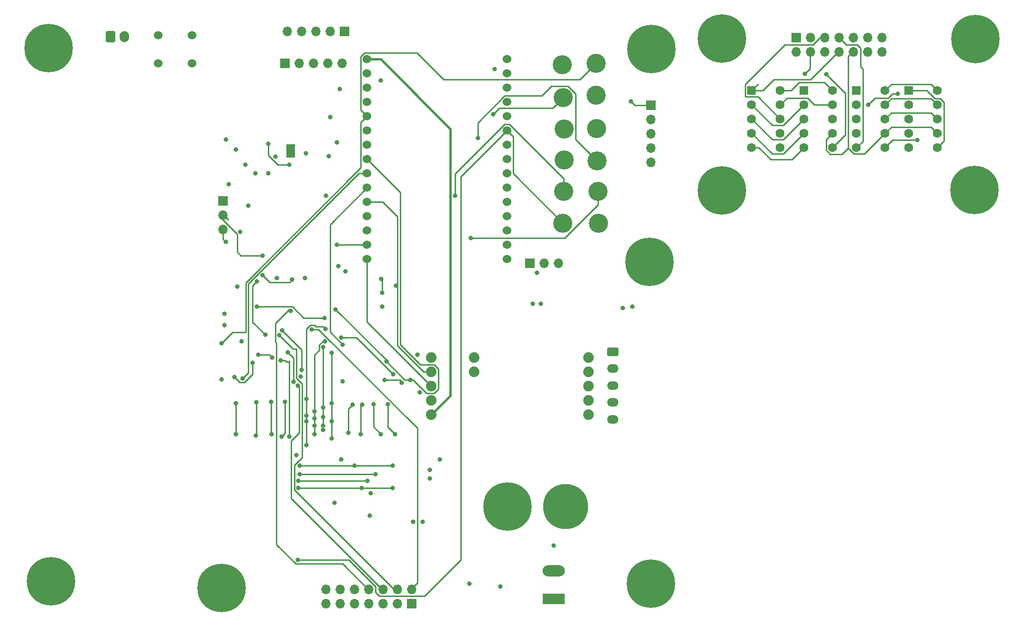
<source format=gbr>
%TF.GenerationSoftware,KiCad,Pcbnew,6.0.4-6f826c9f35~116~ubuntu20.04.1*%
%TF.CreationDate,2022-12-07T13:40:06+01:00*%
%TF.ProjectId,Salwa2,53616c77-6132-42e6-9b69-6361645f7063,rev?*%
%TF.SameCoordinates,Original*%
%TF.FileFunction,Copper,L4,Bot*%
%TF.FilePolarity,Positive*%
%FSLAX46Y46*%
G04 Gerber Fmt 4.6, Leading zero omitted, Abs format (unit mm)*
G04 Created by KiCad (PCBNEW 6.0.4-6f826c9f35~116~ubuntu20.04.1) date 2022-12-07 13:40:06*
%MOMM*%
%LPD*%
G01*
G04 APERTURE LIST*
G04 Aperture macros list*
%AMRoundRect*
0 Rectangle with rounded corners*
0 $1 Rounding radius*
0 $2 $3 $4 $5 $6 $7 $8 $9 X,Y pos of 4 corners*
0 Add a 4 corners polygon primitive as box body*
4,1,4,$2,$3,$4,$5,$6,$7,$8,$9,$2,$3,0*
0 Add four circle primitives for the rounded corners*
1,1,$1+$1,$2,$3*
1,1,$1+$1,$4,$5*
1,1,$1+$1,$6,$7*
1,1,$1+$1,$8,$9*
0 Add four rect primitives between the rounded corners*
20,1,$1+$1,$2,$3,$4,$5,0*
20,1,$1+$1,$4,$5,$6,$7,0*
20,1,$1+$1,$6,$7,$8,$9,0*
20,1,$1+$1,$8,$9,$2,$3,0*%
G04 Aperture macros list end*
%TA.AperFunction,ComponentPad*%
%ADD10R,1.700000X1.700000*%
%TD*%
%TA.AperFunction,ComponentPad*%
%ADD11O,1.700000X1.700000*%
%TD*%
%TA.AperFunction,ComponentPad*%
%ADD12C,8.600000*%
%TD*%
%TA.AperFunction,ComponentPad*%
%ADD13C,0.900000*%
%TD*%
%TA.AperFunction,ComponentPad*%
%ADD14C,3.400000*%
%TD*%
%TA.AperFunction,ComponentPad*%
%ADD15RoundRect,0.250001X-0.759999X0.499999X-0.759999X-0.499999X0.759999X-0.499999X0.759999X0.499999X0*%
%TD*%
%TA.AperFunction,ComponentPad*%
%ADD16O,2.020000X1.500000*%
%TD*%
%TA.AperFunction,ComponentPad*%
%ADD17C,1.524000*%
%TD*%
%TA.AperFunction,ComponentPad*%
%ADD18C,0.600000*%
%TD*%
%TA.AperFunction,SMDPad,CuDef*%
%ADD19R,1.650000X2.400000*%
%TD*%
%TA.AperFunction,ComponentPad*%
%ADD20R,1.600000X1.600000*%
%TD*%
%TA.AperFunction,ComponentPad*%
%ADD21C,1.600000*%
%TD*%
%TA.AperFunction,ComponentPad*%
%ADD22C,1.879600*%
%TD*%
%TA.AperFunction,ComponentPad*%
%ADD23R,3.960000X1.980000*%
%TD*%
%TA.AperFunction,ComponentPad*%
%ADD24O,3.960000X1.980000*%
%TD*%
%TA.AperFunction,ComponentPad*%
%ADD25C,8.000000*%
%TD*%
%TA.AperFunction,ComponentPad*%
%ADD26RoundRect,0.250000X-0.600000X-0.750000X0.600000X-0.750000X0.600000X0.750000X-0.600000X0.750000X0*%
%TD*%
%TA.AperFunction,ComponentPad*%
%ADD27O,1.700000X2.000000*%
%TD*%
%TA.AperFunction,ViaPad*%
%ADD28C,0.800000*%
%TD*%
%TA.AperFunction,Conductor*%
%ADD29C,0.250000*%
%TD*%
%TA.AperFunction,Conductor*%
%ADD30C,0.400000*%
%TD*%
G04 APERTURE END LIST*
D10*
%TO.P,J1,1,Pin_1*%
%TO.N,GNDA*%
X119250000Y-49500000D03*
D11*
%TO.P,J1,2,Pin_2*%
X121790000Y-49500000D03*
%TO.P,J1,3,Pin_3*%
X124330000Y-49500000D03*
%TO.P,J1,4,Pin_4*%
X126870000Y-49500000D03*
%TO.P,J1,5,Pin_5*%
X129410000Y-49500000D03*
%TD*%
D10*
%TO.P,J2,1,Pin_1*%
%TO.N,+3.3VA*%
X129790000Y-43750000D03*
D11*
%TO.P,J2,2,Pin_2*%
X127250000Y-43750000D03*
%TO.P,J2,3,Pin_3*%
X124710000Y-43750000D03*
%TO.P,J2,4,Pin_4*%
X122170000Y-43750000D03*
%TO.P,J2,5,Pin_5*%
X119630000Y-43750000D03*
%TD*%
D12*
%TO.P,H1,1*%
%TO.N,N/C*%
X158750000Y-128250000D03*
D13*
X156469581Y-125969581D03*
X161030419Y-130530419D03*
X161975000Y-128250000D03*
X161030419Y-125969581D03*
X156469581Y-130530419D03*
X158750000Y-125025000D03*
X155525000Y-128250000D03*
X158750000Y-131475000D03*
%TD*%
D14*
%TO.P,TP12,1,1*%
%TO.N,/esp32-SMD/IO23*%
X168750000Y-72250000D03*
%TD*%
%TO.P,TP8,1,1*%
%TO.N,/7-segment-display-SMD/BCD_in2*%
X174986760Y-77875300D03*
%TD*%
%TO.P,TP2,1,1*%
%TO.N,/esp32-SMD/IO5*%
X174582586Y-61034711D03*
%TD*%
D15*
%TO.P,J8,1,Pin_1*%
%TO.N,Net-(J8-Pad1)*%
X177500000Y-100750000D03*
D16*
%TO.P,J8,2,Pin_2*%
%TO.N,Net-(J8-Pad2)*%
X177500000Y-103750000D03*
%TO.P,J8,3,Pin_3*%
%TO.N,Net-(J8-Pad3)*%
X177500000Y-106750000D03*
%TO.P,J8,4,Pin_4*%
%TO.N,Net-(J8-Pad4)*%
X177500000Y-109750000D03*
%TO.P,J8,5,Pin_5*%
%TO.N,Net-(J8-Pad5)*%
X177500000Y-112750000D03*
%TD*%
D12*
%TO.P,H12,1*%
%TO.N,N/C*%
X241967578Y-45108740D03*
D13*
X241967578Y-41883740D03*
X239687159Y-47389159D03*
X238742578Y-45108740D03*
X244247997Y-42828321D03*
X245192578Y-45108740D03*
X239687159Y-42828321D03*
X241967578Y-48333740D03*
X244247997Y-47389159D03*
%TD*%
D14*
%TO.P,TP4,1,1*%
%TO.N,/esp32-SMD/IO15*%
X168500000Y-49750000D03*
%TD*%
%TO.P,TP10,1,1*%
%TO.N,/7-segment-display-SMD/_dpBoard*%
X168641258Y-77893995D03*
%TD*%
D13*
%TO.P,H11,1*%
%TO.N,N/C*%
X199130419Y-47380419D03*
D12*
X196850000Y-45100000D03*
D13*
X193625000Y-45100000D03*
X194569581Y-47380419D03*
X199130419Y-42819581D03*
X200075000Y-45100000D03*
X194569581Y-42819581D03*
X196850000Y-48325000D03*
X196850000Y-41875000D03*
%TD*%
D12*
%TO.P,H7,1*%
%TO.N,N/C*%
X184000000Y-84750000D03*
D13*
X180775000Y-84750000D03*
X181719581Y-82469581D03*
X181719581Y-87030419D03*
X186280419Y-82469581D03*
X184000000Y-87975000D03*
X184000000Y-81525000D03*
X186280419Y-87030419D03*
X187225000Y-84750000D03*
%TD*%
D17*
%TO.P,U2,1,EN*%
%TO.N,Net-(J4-Pad2)*%
X158696000Y-84284000D03*
%TO.P,U2,2,VP*%
%TO.N,unconnected-(U2-Pad2)*%
X158696000Y-81744000D03*
%TO.P,U2,3,VN*%
%TO.N,unconnected-(U2-Pad3)*%
X158696000Y-79204000D03*
%TO.P,U2,4,D34*%
%TO.N,unconnected-(U2-Pad4)*%
X158696000Y-76664000D03*
%TO.P,U2,5,D35*%
%TO.N,unconnected-(U2-Pad5)*%
X158696000Y-74124000D03*
%TO.P,U2,6,D32*%
%TO.N,unconnected-(U2-Pad6)*%
X158696000Y-71584000D03*
%TO.P,U2,7,D33*%
%TO.N,unconnected-(U2-Pad7)*%
X158696000Y-69044000D03*
%TO.P,U2,8,D25*%
%TO.N,/7-segment-display-SMD/BCD_in2*%
X158696000Y-66504000D03*
%TO.P,U2,9,D26*%
%TO.N,/7-segment-display-SMD/BCD_in3*%
X158696000Y-63964000D03*
%TO.P,U2,10,D27*%
%TO.N,/7-segment-display-SMD/_dpBoard*%
X158696000Y-61424000D03*
%TO.P,U2,11,D14*%
%TO.N,/esp32-SMD/IO14*%
X158696000Y-58884000D03*
%TO.P,U2,12,D12*%
%TO.N,unconnected-(U2-Pad12)*%
X158696000Y-56344000D03*
%TO.P,U2,13,D13*%
%TO.N,/esp32-SMD/button*%
X158696000Y-53804000D03*
%TO.P,U2,14,GND*%
%TO.N,GNDA*%
X158696000Y-51264000D03*
X158696000Y-51264000D03*
%TO.P,U2,15,VIN*%
%TO.N,+5VA*%
X158696000Y-48724000D03*
%TO.P,U2,16,3V3*%
%TO.N,+3.3VA*%
X133804000Y-48724000D03*
%TO.P,U2,17,GND*%
%TO.N,GNDA*%
X133804000Y-51264000D03*
%TO.P,U2,18,D15*%
%TO.N,/esp32-SMD/IO15*%
X133804000Y-53804000D03*
%TO.P,U2,19,D2*%
%TO.N,unconnected-(U2-Pad19)*%
X133804000Y-56344000D03*
%TO.P,U2,20,D4*%
%TO.N,/esp32-SMD/IO4*%
X133804000Y-58884000D03*
%TO.P,U2,21,RX2*%
%TO.N,unconnected-(U2-Pad21)*%
X133804000Y-61424000D03*
%TO.P,U2,22,TX2*%
%TO.N,unconnected-(U2-Pad22)*%
X133804000Y-63964000D03*
%TO.P,U2,23,D5*%
%TO.N,/esp32-SMD/IO5*%
X133804000Y-66504000D03*
%TO.P,U2,24,D18*%
%TO.N,/7-segment-display-SMD/BCD_in4*%
X133804000Y-69044000D03*
%TO.P,U2,25,D19*%
%TO.N,/7-segment-display-SMD/BCD_in1*%
X133804000Y-71584000D03*
%TO.P,U2,26,D21*%
%TO.N,/esp32-SMD/IO21*%
X133804000Y-74124000D03*
%TO.P,U2,27,RX0*%
%TO.N,unconnected-(U2-Pad27)*%
X133804000Y-76664000D03*
%TO.P,U2,28,TX0*%
%TO.N,unconnected-(U2-Pad28)*%
X133804000Y-79204000D03*
%TO.P,U2,29,D22*%
%TO.N,/7-segment-display-SMD/clk-7SegmentDisplay*%
X133804000Y-81744000D03*
%TO.P,U2,30,D23*%
%TO.N,/esp32-SMD/IO23*%
X133804000Y-84284000D03*
%TD*%
D14*
%TO.P,TP7,1,1*%
%TO.N,/esp32-SMD/IO21*%
X174852035Y-72216862D03*
%TD*%
D10*
%TO.P,J3,1,Pin_1*%
%TO.N,+5VA*%
X184250000Y-56925000D03*
D11*
%TO.P,J3,2,Pin_2*%
X184250000Y-59465000D03*
%TO.P,J3,3,Pin_3*%
X184250000Y-62005000D03*
%TO.P,J3,4,Pin_4*%
X184250000Y-64545000D03*
%TO.P,J3,5,Pin_5*%
X184250000Y-67085000D03*
%TD*%
D13*
%TO.P,H6,1*%
%TO.N,N/C*%
X79980419Y-143880419D03*
X74475000Y-141600000D03*
X77700000Y-144825000D03*
D12*
X77700000Y-141600000D03*
D13*
X77700000Y-138375000D03*
X75419581Y-139319581D03*
X79980419Y-139319581D03*
X75419581Y-143880419D03*
X80925000Y-141600000D03*
%TD*%
D18*
%TO.P,U1,11*%
%TO.N,N/C*%
X119770000Y-65860000D03*
X119770000Y-64140000D03*
X120250000Y-65000000D03*
X120730000Y-65860000D03*
X120730000Y-64140000D03*
D19*
X120250000Y-65000000D03*
%TD*%
D14*
%TO.P,TP5,1,1*%
%TO.N,/7-segment-display-SMD/BCD_in4*%
X174515224Y-55106824D03*
%TD*%
D20*
%TO.P,U11,1,CC*%
%TO.N,+hundreds*%
X211482500Y-54282500D03*
D21*
%TO.P,U11,2,F*%
%TO.N,+f*%
X211482500Y-56822500D03*
%TO.P,U11,3,G*%
%TO.N,+g*%
X211482500Y-59362500D03*
%TO.P,U11,4,E*%
%TO.N,+e*%
X211482500Y-61902500D03*
%TO.P,U11,5,D*%
%TO.N,+d*%
X211482500Y-64442500D03*
%TO.P,U11,6,CC*%
%TO.N,+hundreds*%
X216562500Y-64442500D03*
%TO.P,U11,7,DP*%
%TO.N,+dp*%
X216562500Y-61902500D03*
%TO.P,U11,8,C*%
%TO.N,+c*%
X216562500Y-59362500D03*
%TO.P,U11,9,B*%
%TO.N,+b*%
X216562500Y-56822500D03*
%TO.P,U11,10,A*%
%TO.N,+a*%
X216562500Y-54282500D03*
%TD*%
D10*
%TO.P,J6,1,Pin_1*%
%TO.N,/7-segment-display-SMD/_a*%
X141740000Y-145540000D03*
D11*
%TO.P,J6,2,Pin_2*%
%TO.N,/7-segment-display-SMD/thousands*%
X141740000Y-143000000D03*
%TO.P,J6,3,Pin_3*%
%TO.N,/7-segment-display-SMD/_b*%
X139200000Y-145540000D03*
%TO.P,J6,4,Pin_4*%
%TO.N,/7-segment-display-SMD/hundreds*%
X139200000Y-143000000D03*
%TO.P,J6,5,Pin_5*%
%TO.N,/7-segment-display-SMD/_c*%
X136660000Y-145540000D03*
%TO.P,J6,6,Pin_6*%
%TO.N,/7-segment-display-SMD/tens*%
X136660000Y-143000000D03*
%TO.P,J6,7,Pin_7*%
%TO.N,/7-segment-display-SMD/_d*%
X134120000Y-145540000D03*
%TO.P,J6,8,Pin_8*%
%TO.N,/7-segment-display-SMD/ones*%
X134120000Y-143000000D03*
%TO.P,J6,9,Pin_9*%
%TO.N,/7-segment-display-SMD/_e*%
X131580000Y-145540000D03*
%TO.P,J6,10,Pin_10*%
%TO.N,/7-segment-display-SMD/_g*%
X131580000Y-143000000D03*
%TO.P,J6,11,Pin_11*%
%TO.N,/7-segment-display-SMD/_f*%
X129040000Y-145540000D03*
%TO.P,J6,12,Pin_12*%
%TO.N,/7-segment-display-SMD/_dp*%
X129040000Y-143000000D03*
%TO.P,J6,13,Pin_13*%
%TO.N,unconnected-(J6-Pad13)*%
X126500000Y-145540000D03*
%TO.P,J6,14,Pin_14*%
%TO.N,unconnected-(J6-Pad14)*%
X126500000Y-143000000D03*
%TD*%
D14*
%TO.P,TP11,1,1*%
%TO.N,/7-segment-display-SMD/clk-7SegmentDisplay*%
X174717311Y-66827874D03*
%TD*%
D22*
%TO.P,U13,1,RED*%
%TO.N,Net-(J8-Pad5)*%
X173190000Y-111961199D03*
%TO.P,U13,2,BLK*%
%TO.N,Net-(J8-Pad4)*%
X173190000Y-109421199D03*
%TO.P,U13,3,WHT*%
%TO.N,Net-(J8-Pad3)*%
X173190000Y-106881199D03*
%TO.P,U13,4,GRN*%
%TO.N,Net-(J8-Pad2)*%
X173190000Y-104341199D03*
%TO.P,U13,5,YLW*%
%TO.N,Net-(J8-Pad1)*%
X173190000Y-101801199D03*
%TO.P,U13,6,GND*%
%TO.N,GNDA*%
X145250000Y-101801199D03*
%TO.P,U13,7,CLK*%
%TO.N,/esp32-SMD/IO21*%
X145250000Y-104341199D03*
%TO.P,U13,8,DAT*%
%TO.N,/esp32-SMD/IO23*%
X145250000Y-106881199D03*
%TO.P,U13,9,VCC*%
%TO.N,+5VA*%
X145250000Y-109421199D03*
%TO.P,U13,10,VDD*%
%TO.N,+3.3VA*%
X145250000Y-111961199D03*
%TO.P,U13,11*%
%TO.N,unconnected-(U13-Pad11)*%
X152870000Y-104341199D03*
%TO.P,U13,12*%
%TO.N,unconnected-(U13-Pad12)*%
X152870000Y-101801199D03*
%TD*%
D20*
%TO.P,U12,1,CC*%
%TO.N,+thousands*%
X220792500Y-54282500D03*
D21*
%TO.P,U12,2,F*%
%TO.N,+f*%
X220792500Y-56822500D03*
%TO.P,U12,3,G*%
%TO.N,+g*%
X220792500Y-59362500D03*
%TO.P,U12,4,E*%
%TO.N,+e*%
X220792500Y-61902500D03*
%TO.P,U12,5,D*%
%TO.N,+d*%
X220792500Y-64442500D03*
%TO.P,U12,6,CC*%
%TO.N,+thousands*%
X225872500Y-64442500D03*
%TO.P,U12,7,DP*%
%TO.N,+dp*%
X225872500Y-61902500D03*
%TO.P,U12,8,C*%
%TO.N,+c*%
X225872500Y-59362500D03*
%TO.P,U12,9,B*%
%TO.N,+b*%
X225872500Y-56822500D03*
%TO.P,U12,10,A*%
%TO.N,+a*%
X225872500Y-54282500D03*
%TD*%
D20*
%TO.P,U9,1,CC*%
%TO.N,+ones*%
X202172500Y-54282500D03*
D21*
%TO.P,U9,2,F*%
%TO.N,+f*%
X202172500Y-56822500D03*
%TO.P,U9,3,G*%
%TO.N,+g*%
X202172500Y-59362500D03*
%TO.P,U9,4,E*%
%TO.N,+e*%
X202172500Y-61902500D03*
%TO.P,U9,5,D*%
%TO.N,+d*%
X202172500Y-64442500D03*
%TO.P,U9,6,CC*%
%TO.N,+ones*%
X207252500Y-64442500D03*
%TO.P,U9,7,DP*%
%TO.N,+dp*%
X207252500Y-61902500D03*
%TO.P,U9,8,C*%
%TO.N,+c*%
X207252500Y-59362500D03*
%TO.P,U9,9,B*%
%TO.N,+b*%
X207252500Y-56822500D03*
%TO.P,U9,10,A*%
%TO.N,+a*%
X207252500Y-54282500D03*
%TD*%
D10*
%TO.P,J5,1,Pin_1*%
%TO.N,+5VA*%
X108203972Y-73942556D03*
D11*
%TO.P,J5,2,Pin_2*%
%TO.N,Net-(J5-Pad2)*%
X108203972Y-76482556D03*
%TO.P,J5,3,Pin_3*%
%TO.N,GNDA*%
X108203972Y-79022556D03*
%TD*%
D10*
%TO.P,J4,1,Pin_1*%
%TO.N,GNDA*%
X162725000Y-85000000D03*
D11*
%TO.P,J4,2,Pin_2*%
%TO.N,Net-(J4-Pad2)*%
X165265000Y-85000000D03*
%TO.P,J4,3,Pin_3*%
%TO.N,Net-(J4-Pad3)*%
X167805000Y-85000000D03*
%TD*%
D23*
%TO.P,S1,1,A*%
%TO.N,/esp32-SMD/button*%
X167000000Y-144750000D03*
D24*
%TO.P,S1,2,B*%
%TO.N,GNDA*%
X167000000Y-139750000D03*
%TD*%
D20*
%TO.P,U10,1,CC*%
%TO.N,+tens*%
X230102500Y-54282500D03*
D21*
%TO.P,U10,2,F*%
%TO.N,+f*%
X230102500Y-56822500D03*
%TO.P,U10,3,G*%
%TO.N,+g*%
X230102500Y-59362500D03*
%TO.P,U10,4,E*%
%TO.N,+e*%
X230102500Y-61902500D03*
%TO.P,U10,5,D*%
%TO.N,+d*%
X230102500Y-64442500D03*
%TO.P,U10,6,CC*%
%TO.N,+tens*%
X235182500Y-64442500D03*
%TO.P,U10,7,DP*%
%TO.N,+dp*%
X235182500Y-61902500D03*
%TO.P,U10,8,C*%
%TO.N,+c*%
X235182500Y-59362500D03*
%TO.P,U10,9,B*%
%TO.N,+b*%
X235182500Y-56822500D03*
%TO.P,U10,10,A*%
%TO.N,+a*%
X235182500Y-54282500D03*
%TD*%
D13*
%TO.P,H3,1*%
%TO.N,N/C*%
X186655419Y-44619581D03*
X187600000Y-46900000D03*
X182094581Y-49180419D03*
X184375000Y-43675000D03*
X186655419Y-49180419D03*
X181150000Y-46900000D03*
D12*
X184375000Y-46900000D03*
D13*
X182094581Y-44619581D03*
X184375000Y-50125000D03*
%TD*%
D14*
%TO.P,TP9,1,1*%
%TO.N,/7-segment-display-SMD/BCD_in3*%
X168836172Y-66621456D03*
%TD*%
D13*
%TO.P,H2,1*%
%TO.N,N/C*%
X167023496Y-130418552D03*
X171266136Y-130418552D03*
X166144816Y-128297232D03*
X169144816Y-125297232D03*
D25*
X169144816Y-128297232D03*
D13*
X171266136Y-126175912D03*
X169144816Y-131297232D03*
X172144816Y-128297232D03*
X167023496Y-126175912D03*
%TD*%
D14*
%TO.P,TP1,1,1*%
%TO.N,/esp32-SMD/IO4*%
X174500000Y-49500000D03*
%TD*%
D13*
%TO.P,H8,1*%
%TO.N,N/C*%
X184300000Y-138775000D03*
X184300000Y-145225000D03*
X181075000Y-142000000D03*
X182019581Y-139719581D03*
X187525000Y-142000000D03*
X186580419Y-144280419D03*
X186580419Y-139719581D03*
X182019581Y-144280419D03*
D12*
X184300000Y-142000000D03*
%TD*%
D13*
%TO.P,H10,1*%
%TO.N,N/C*%
X239494211Y-69712352D03*
D12*
X241774630Y-71992771D03*
D13*
X239494211Y-74273190D03*
X241774630Y-68767771D03*
X244055049Y-69712352D03*
X244999630Y-71992771D03*
X241774630Y-75217771D03*
X238549630Y-71992771D03*
X244055049Y-74273190D03*
%TD*%
%TO.P,H5,1*%
%TO.N,N/C*%
X108000000Y-139525000D03*
X104775000Y-142750000D03*
D12*
X108000000Y-142750000D03*
D13*
X111225000Y-142750000D03*
X105719581Y-145030419D03*
X108000000Y-145975000D03*
X110280419Y-145030419D03*
X105719581Y-140469581D03*
X110280419Y-140469581D03*
%TD*%
D17*
%TO.P,SW2,1,1*%
%TO.N,Net-(SW1-Pad2)*%
X102750000Y-44500000D03*
%TO.P,SW2,2,2*%
%TO.N,Net-(Q1-Pad2)*%
X102750000Y-49500000D03*
%TO.P,SW2,3,3*%
%TO.N,Net-(SW1-Pad2)*%
X96750000Y-44500000D03*
%TO.P,SW2,4,4*%
%TO.N,Net-(Q1-Pad2)*%
X96750000Y-49500000D03*
%TD*%
D26*
%TO.P,SW1,1*%
%TO.N,/power-SMD/PowerIn+*%
X88250000Y-44725000D03*
D27*
%TO.P,SW1,2*%
%TO.N,Net-(SW1-Pad2)*%
X90750000Y-44725000D03*
%TD*%
D13*
%TO.P,H4,1*%
%TO.N,N/C*%
X74969581Y-49030419D03*
D12*
X77250000Y-46750000D03*
D13*
X80475000Y-46750000D03*
X77250000Y-49975000D03*
X74969581Y-44469581D03*
X74025000Y-46750000D03*
X79530419Y-49030419D03*
X77250000Y-43525000D03*
X79530419Y-44469581D03*
%TD*%
D12*
%TO.P,H9,1*%
%TO.N,N/C*%
X196850000Y-72100000D03*
D13*
X196850000Y-75325000D03*
X194569581Y-74380419D03*
X199130419Y-69819581D03*
X200075000Y-72100000D03*
X196850000Y-68875000D03*
X194569581Y-69819581D03*
X199130419Y-74380419D03*
X193625000Y-72100000D03*
%TD*%
D14*
%TO.P,TP6,1,1*%
%TO.N,/7-segment-display-SMD/BCD_in1*%
X168673743Y-55576317D03*
%TD*%
D10*
%TO.P,J7,1,Pin_1*%
%TO.N,+a*%
X210100000Y-44850000D03*
D11*
%TO.P,J7,2,Pin_2*%
%TO.N,+thousands*%
X210100000Y-47390000D03*
%TO.P,J7,3,Pin_3*%
%TO.N,+b*%
X212640000Y-44850000D03*
%TO.P,J7,4,Pin_4*%
%TO.N,+hundreds*%
X212640000Y-47390000D03*
%TO.P,J7,5,Pin_5*%
%TO.N,+c*%
X215180000Y-44850000D03*
%TO.P,J7,6,Pin_6*%
%TO.N,+tens*%
X215180000Y-47390000D03*
%TO.P,J7,7,Pin_7*%
%TO.N,+d*%
X217720000Y-44850000D03*
%TO.P,J7,8,Pin_8*%
%TO.N,+ones*%
X217720000Y-47390000D03*
%TO.P,J7,9,Pin_9*%
%TO.N,+e*%
X220260000Y-44850000D03*
%TO.P,J7,10,Pin_10*%
%TO.N,+dp*%
X220260000Y-47390000D03*
%TO.P,J7,11,Pin_11*%
%TO.N,+f*%
X222800000Y-44850000D03*
%TO.P,J7,12,Pin_12*%
%TO.N,+g*%
X222800000Y-47390000D03*
%TO.P,J7,13,Pin_13*%
%TO.N,unconnected-(J7-Pad13)*%
X225340000Y-44850000D03*
%TO.P,J7,14,Pin_14*%
%TO.N,unconnected-(J7-Pad14)*%
X225340000Y-47390000D03*
%TD*%
D14*
%TO.P,TP3,1,1*%
%TO.N,/esp32-SMD/IO14*%
X168836172Y-61131372D03*
%TD*%
D28*
%TO.N,GNDA*%
X108750000Y-63000000D03*
X108500000Y-94000000D03*
X108028015Y-105641659D03*
X146778015Y-119891657D03*
X111528015Y-98891659D03*
X126500000Y-73000000D03*
X128750000Y-85500000D03*
X128500000Y-63500000D03*
X128028015Y-127641658D03*
X112250000Y-67500000D03*
X111278015Y-79391657D03*
X136500000Y-92750000D03*
X127000000Y-66000000D03*
X157500000Y-142500000D03*
X108750000Y-81250000D03*
X145000000Y-123250000D03*
X129278015Y-119891659D03*
X110500000Y-64750000D03*
X116250000Y-69000000D03*
X164750000Y-92250000D03*
X114000000Y-69000000D03*
X181000000Y-92750000D03*
X129000000Y-54000000D03*
X143750000Y-131000000D03*
X134278015Y-129891657D03*
X129500000Y-106000000D03*
X108500000Y-96000000D03*
X156500000Y-50500000D03*
X142750000Y-101250000D03*
X117518636Y-66055907D03*
X167000000Y-135250000D03*
X123000000Y-65500000D03*
X136250000Y-52500000D03*
X164000000Y-86750000D03*
X110778015Y-89141659D03*
X117778015Y-87641657D03*
X130000000Y-86500000D03*
%TO.N,/power-SMD/Vin-SMD+*%
X120000000Y-67500000D03*
X116250000Y-63750000D03*
%TO.N,+5VA*%
X121278015Y-119141657D03*
X179250000Y-93000000D03*
X122778015Y-87641657D03*
X112750000Y-74750000D03*
X122028016Y-105141656D03*
X109250000Y-71000000D03*
X134528015Y-125891659D03*
X127250000Y-59000000D03*
X145000000Y-121750000D03*
X180750000Y-56250000D03*
X163250000Y-92250000D03*
X143250000Y-108000000D03*
X152000000Y-142000000D03*
X142000000Y-131000000D03*
%TO.N,/7-segment-display-SMD/_dpBoard*%
X121500000Y-137750000D03*
%TO.N,/7-segment-display-SMD/_hundreds*%
X136958515Y-105750000D03*
X113500000Y-102750000D03*
X139987701Y-106262299D03*
X110250000Y-105250000D03*
%TO.N,/7-segment-display-SMD/_tens*%
X117000000Y-101750000D03*
X114500000Y-101250000D03*
X138487701Y-104762299D03*
X115750000Y-97750000D03*
X129262299Y-98237701D03*
X114250000Y-88250000D03*
%TO.N,/7-segment-display-SMD/_ones*%
X120028016Y-115866158D03*
X118500000Y-102275500D03*
%TO.N,/7-segment-display-SMD/_thousands*%
X119778015Y-100891658D03*
X120778016Y-106141657D03*
%TO.N,/7-segment-display-SMD/BCD_in4*%
X126459844Y-96709844D03*
X111750000Y-105500000D03*
X123028015Y-117391657D03*
X123028014Y-109141658D03*
X123028014Y-112141659D03*
X123028014Y-113167159D03*
%TO.N,/7-segment-display-SMD/BCD_in1*%
X156250000Y-58521989D03*
X129500000Y-99500000D03*
X127528014Y-100917157D03*
X127528015Y-113141656D03*
X127528015Y-109891659D03*
X127528015Y-116141657D03*
%TO.N,/esp32-SMD/IO21*%
X138975020Y-89000000D03*
X152250000Y-80500000D03*
%TO.N,/7-segment-display-SMD/BCD_in2*%
X126028015Y-99891657D03*
X126028015Y-114667158D03*
X126028015Y-112391658D03*
X126028015Y-110641657D03*
X126028015Y-113891657D03*
%TO.N,/7-segment-display-SMD/BCD_in3*%
X126320820Y-98936005D03*
X124528015Y-113891658D03*
X124528016Y-111391659D03*
X124528016Y-115391659D03*
X124528016Y-112641657D03*
%TO.N,/7-segment-display-SMD/clk-7SegmentDisplay*%
X153500000Y-62750000D03*
X128500000Y-81750000D03*
%TO.N,/esp32-SMD/IO23*%
X149500000Y-73000000D03*
%TO.N,/esp32-SMD/IO14*%
X136500000Y-90250000D03*
X136347144Y-87847144D03*
%TO.N,+thousands*%
X231600000Y-63100000D03*
%TO.N,+hundreds*%
X215450000Y-51400000D03*
X211600000Y-51350000D03*
%TO.N,+f*%
X222850000Y-56850000D03*
X228100000Y-54850000D03*
%TO.N,/7-segment-display-SMD/thousands*%
X124000000Y-96750000D03*
%TO.N,/7-segment-display-SMD/hundreds*%
X118249989Y-97842159D03*
%TO.N,/7-segment-display-SMD/tens*%
X118760258Y-96982723D03*
X121567454Y-106754676D03*
X122250000Y-104000000D03*
%TO.N,/7-segment-display-SMD/ones*%
X120302995Y-93500000D03*
%TO.N,/7-segment-display-SMD/BCD_out1*%
X131625000Y-120999997D03*
X138778015Y-115391659D03*
X119228016Y-109688132D03*
X118614935Y-115866159D03*
X137501252Y-110114896D03*
X138375001Y-121000000D03*
X121875001Y-121000000D03*
%TO.N,/7-segment-display-SMD/BCD_out2*%
X134981252Y-110094896D03*
X136278015Y-115391659D03*
X116834778Y-115448420D03*
X116778015Y-109641657D03*
X121875001Y-122499999D03*
X135375000Y-122499999D03*
%TO.N,/7-segment-display-SMD/BCD_out3*%
X133000000Y-110200000D03*
X132711252Y-115458422D03*
X133875000Y-123750000D03*
X114189778Y-109729894D03*
X114064778Y-115678421D03*
X121625000Y-123750000D03*
%TO.N,/7-segment-display-SMD/BCD_out4*%
X131278015Y-110141657D03*
X110528016Y-115391659D03*
X132875000Y-124999999D03*
X138375000Y-125000000D03*
X110528016Y-109891658D03*
X130528015Y-115141657D03*
X121625000Y-124999998D03*
%TO.N,Net-(U4-Pad10)*%
X115290315Y-87129359D03*
X120528015Y-87891657D03*
%TO.N,Net-(J5-Pad2)*%
X115278015Y-83641659D03*
%TO.N,/esp32-SMD/IO5*%
X128250000Y-93250000D03*
X141500000Y-105750000D03*
X114250000Y-92750000D03*
X137250000Y-102500000D03*
X126250000Y-94750000D03*
%TO.N,/esp32-SMD/IO4*%
X108000000Y-99250000D03*
%TD*%
D29*
%TO.N,GNDA*%
X108250001Y-78830001D02*
X108250001Y-80750001D01*
X108250001Y-80750001D02*
X108750000Y-81250000D01*
%TO.N,/power-SMD/Vin-SMD+*%
X116250000Y-65811885D02*
X116250000Y-63750000D01*
X117938115Y-67500000D02*
X116250000Y-65811885D01*
X120000000Y-67500000D02*
X117938115Y-67500000D01*
%TO.N,+5VA*%
X184250000Y-56925000D02*
X181425000Y-56925000D01*
X181425000Y-56925000D02*
X180750000Y-56250000D01*
%TO.N,/7-segment-display-SMD/_dpBoard*%
X150500000Y-137750000D02*
X150500000Y-69620000D01*
X136033501Y-144174511D02*
X144075489Y-144174511D01*
X159782511Y-62510511D02*
X159782511Y-69035248D01*
X158696000Y-61424000D02*
X159782511Y-62510511D01*
X144075489Y-144174511D02*
X150500000Y-137750000D01*
X150500000Y-69620000D02*
X158696000Y-61424000D01*
X121500000Y-137750000D02*
X130581988Y-137750000D01*
X135345489Y-143486499D02*
X136033501Y-144174511D01*
X130581988Y-137750000D02*
X135345489Y-142513501D01*
X135345489Y-142513501D02*
X135345489Y-143486499D01*
X159782511Y-69035248D02*
X168641258Y-77893995D01*
%TO.N,/7-segment-display-SMD/_hundreds*%
X139750000Y-106024598D02*
X139987701Y-106262299D01*
X112050103Y-106224511D02*
X113500000Y-104774614D01*
X111224511Y-106224511D02*
X112050103Y-106224511D01*
X113500000Y-104774614D02*
X113500000Y-102750000D01*
X110250000Y-105250000D02*
X111224511Y-106224511D01*
X139750000Y-105750000D02*
X139750000Y-106024598D01*
X136958515Y-105750000D02*
X139750000Y-105750000D01*
%TO.N,/7-segment-display-SMD/_tens*%
X138487701Y-104762299D02*
X131963103Y-98237701D01*
X115750000Y-97750000D02*
X113525489Y-95525489D01*
X131963103Y-98237701D02*
X129262299Y-98237701D01*
X114500000Y-101250000D02*
X116500000Y-101250000D01*
X116500000Y-101250000D02*
X117000000Y-101750000D01*
X113525489Y-95525489D02*
X113525489Y-88974511D01*
X113525489Y-88974511D02*
X114250000Y-88250000D01*
%TO.N,/7-segment-display-SMD/_ones*%
X120028016Y-115866158D02*
X120028016Y-102528016D01*
X119502516Y-102528016D02*
X119250000Y-102275500D01*
X120028016Y-102528016D02*
X120028016Y-102391657D01*
X119250000Y-102275500D02*
X118500000Y-102275500D01*
X120028016Y-102528016D02*
X119502516Y-102528016D01*
%TO.N,/7-segment-display-SMD/_thousands*%
X120778016Y-101891659D02*
X119778015Y-100891658D01*
X120778016Y-106141657D02*
X120778016Y-101891659D01*
%TO.N,/7-segment-display-SMD/BCD_in4*%
X124475009Y-96025489D02*
X123699897Y-96025489D01*
X126050480Y-96300480D02*
X124750000Y-96300480D01*
X124750000Y-96300480D02*
X124475009Y-96025489D01*
X123028014Y-97641658D02*
X123028014Y-109141658D01*
X133804000Y-69044000D02*
X132351060Y-69044000D01*
X126459844Y-96709844D02*
X126050480Y-96300480D01*
X132351060Y-69044000D02*
X112750000Y-88645060D01*
X123028014Y-109141658D02*
X123028014Y-112141659D01*
X123699897Y-96025489D02*
X123028014Y-96697372D01*
X123028014Y-96697372D02*
X123028014Y-97641658D01*
X123028014Y-115141657D02*
X123028015Y-117391657D01*
X112750000Y-104500000D02*
X111750000Y-105500000D01*
X112750000Y-88645060D02*
X112750000Y-104500000D01*
X123028014Y-112141659D02*
X123028014Y-115141657D01*
%TO.N,/7-segment-display-SMD/BCD_in1*%
X127528015Y-116141657D02*
X127528015Y-113141656D01*
X127528015Y-113141656D02*
X127528015Y-111891658D01*
X157341478Y-57430511D02*
X166819549Y-57430511D01*
X166819549Y-57430511D02*
X168673743Y-55576317D01*
X127250000Y-78138000D02*
X127250000Y-97250000D01*
X127250000Y-97250000D02*
X129500000Y-99500000D01*
X133804000Y-71584000D02*
X127250000Y-78138000D01*
X127528015Y-111891658D02*
X127528015Y-109891659D01*
X156250000Y-58521989D02*
X157341478Y-57430511D01*
X127528015Y-109891659D02*
X127528014Y-100917157D01*
%TO.N,/esp32-SMD/IO21*%
X174852035Y-74621025D02*
X168973060Y-80500000D01*
X145250000Y-104341199D02*
X143920923Y-104341199D01*
X143920923Y-104341199D02*
X139250000Y-99670276D01*
X174852035Y-72216862D02*
X174852035Y-74621025D01*
X139250000Y-76750000D02*
X136624000Y-74124000D01*
X139250000Y-99670276D02*
X139250000Y-76750000D01*
X168973060Y-80500000D02*
X152250000Y-80500000D01*
X136624000Y-74124000D02*
X133804000Y-74124000D01*
%TO.N,/7-segment-display-SMD/BCD_in2*%
X126028015Y-113891657D02*
X126028015Y-112641657D01*
X126028015Y-110641657D02*
X126028015Y-99891657D01*
X126028015Y-112391658D02*
X126028015Y-110641657D01*
X126028015Y-112641657D02*
X126028015Y-112391658D01*
%TO.N,/7-segment-display-SMD/BCD_in3*%
X124528016Y-111391659D02*
X124528016Y-112641657D01*
X124528016Y-101278016D02*
X124528016Y-111391659D01*
X124528016Y-101278016D02*
X125303504Y-100502528D01*
X124528015Y-113891658D02*
X124528016Y-115391659D01*
X125303504Y-100502528D02*
X125303504Y-99591554D01*
X125303504Y-99591554D02*
X125959053Y-98936005D01*
X125959053Y-98936005D02*
X126320820Y-98936005D01*
X124528016Y-112641657D02*
X124528015Y-113891658D01*
%TO.N,/7-segment-display-SMD/clk-7SegmentDisplay*%
X128506000Y-81744000D02*
X133804000Y-81744000D01*
X153500000Y-62750000D02*
X153500000Y-60003440D01*
X166615532Y-53551806D02*
X169512324Y-53551806D01*
X153500000Y-60003440D02*
X158245951Y-55257489D01*
X169512324Y-53551806D02*
X170860683Y-54900165D01*
X170860683Y-62971246D02*
X174717311Y-66827874D01*
X164909849Y-55257489D02*
X166615532Y-53551806D01*
X158245951Y-55257489D02*
X164909849Y-55257489D01*
X128500000Y-81750000D02*
X128506000Y-81744000D01*
X170860683Y-54900165D02*
X170860683Y-62971246D01*
%TO.N,/esp32-SMD/IO23*%
X149500000Y-69083440D02*
X158245951Y-60337489D01*
X133804000Y-95435199D02*
X133804000Y-84284000D01*
X145250000Y-106881199D02*
X133804000Y-95435199D01*
X168750000Y-69941440D02*
X168750000Y-72250000D01*
X159146049Y-60337489D02*
X168750000Y-69941440D01*
X149500000Y-73000000D02*
X149500000Y-69083440D01*
X158245951Y-60337489D02*
X159146049Y-60337489D01*
%TO.N,/esp32-SMD/IO14*%
X136500000Y-88000000D02*
X136347144Y-87847144D01*
X136500000Y-90250000D02*
X136500000Y-88000000D01*
D30*
%TO.N,+3.3VA*%
X148620521Y-61120521D02*
X148620521Y-108590678D01*
X133804000Y-48724000D02*
X136224000Y-48724000D01*
X136224000Y-48724000D02*
X148620521Y-61120521D01*
X148620521Y-108590678D02*
X145250000Y-111961199D01*
D29*
%TO.N,+a*%
X210600000Y-52850000D02*
X215130000Y-52850000D01*
X234057989Y-53157989D02*
X226997011Y-53157989D01*
X226997011Y-53157989D02*
X225872500Y-54282500D01*
X215130000Y-52850000D02*
X216562500Y-54282500D01*
X207252500Y-54282500D02*
X209167500Y-54282500D01*
X235182500Y-54282500D02*
X234057989Y-53157989D01*
X209167500Y-54282500D02*
X210600000Y-52850000D01*
%TO.N,+thousands*%
X227215000Y-63100000D02*
X225872500Y-64442500D01*
X231600000Y-63100000D02*
X227215000Y-63100000D01*
%TO.N,+b*%
X212100000Y-55600000D02*
X208475000Y-55600000D01*
X216562500Y-56822500D02*
X213322500Y-56822500D01*
X235182500Y-56822500D02*
X234057989Y-55697989D01*
X234057989Y-55697989D02*
X226997011Y-55697989D01*
X208475000Y-55600000D02*
X207252500Y-56822500D01*
X213322500Y-56822500D02*
X212100000Y-55600000D01*
X226997011Y-55697989D02*
X225872500Y-56822500D01*
%TO.N,+hundreds*%
X218850000Y-62155000D02*
X216562500Y-64442500D01*
X218850000Y-54800000D02*
X215450000Y-51400000D01*
X212540000Y-47350000D02*
X212540000Y-50410000D01*
X212540000Y-50410000D02*
X211600000Y-51350000D01*
X218850000Y-62155000D02*
X218850000Y-54800000D01*
%TO.N,+c*%
X235182500Y-59362500D02*
X234057989Y-58237989D01*
X203297011Y-55407011D02*
X207252500Y-59362500D01*
X208030489Y-46175489D02*
X201047989Y-53157989D01*
X215080000Y-44810000D02*
X214391988Y-44810000D01*
X234057989Y-58237989D02*
X226997011Y-58237989D01*
X201047989Y-55407011D02*
X203297011Y-55407011D01*
X226997011Y-58237989D02*
X225872500Y-59362500D01*
X214391988Y-44810000D02*
X213026499Y-46175489D01*
X213026499Y-46175489D02*
X208030489Y-46175489D01*
X201047989Y-53157989D02*
X201047989Y-55407011D01*
%TO.N,+tens*%
X236350000Y-56399700D02*
X236350000Y-63275000D01*
X234716711Y-55697989D02*
X235648289Y-55697989D01*
X233301222Y-54282500D02*
X234716711Y-55697989D01*
X230102500Y-54282500D02*
X233301222Y-54282500D01*
X236350000Y-63275000D02*
X235182500Y-64442500D01*
X235648289Y-55697989D02*
X236350000Y-56399700D01*
%TO.N,+d*%
X221509511Y-50040489D02*
X221917011Y-50447989D01*
X203442500Y-64442500D02*
X205600000Y-66600000D01*
X205600000Y-66600000D02*
X209325000Y-66600000D01*
X221917011Y-63317989D02*
X220792500Y-64442500D01*
X220925489Y-46175489D02*
X221509511Y-46759511D01*
X218985489Y-46175489D02*
X220925489Y-46175489D01*
X217620000Y-44810000D02*
X218985489Y-46175489D01*
X209325000Y-66600000D02*
X211482500Y-64442500D01*
X202172500Y-64442500D02*
X203442500Y-64442500D01*
X221509511Y-46759511D02*
X221509511Y-50040489D01*
X221917011Y-50447989D02*
X221917011Y-63317989D01*
%TO.N,+ones*%
X203297011Y-53157989D02*
X202172500Y-54282500D01*
X204167500Y-54282500D02*
X202172500Y-54282500D01*
X212620000Y-52350000D02*
X206100000Y-52350000D01*
X217620000Y-47350000D02*
X212620000Y-52350000D01*
X206100000Y-52350000D02*
X204167500Y-54282500D01*
%TO.N,+e*%
X205837011Y-65567011D02*
X207817989Y-65567011D01*
X202172500Y-61902500D02*
X205837011Y-65567011D01*
X207817989Y-65567011D02*
X211482500Y-61902500D01*
%TO.N,+dp*%
X234057989Y-60777989D02*
X226997011Y-60777989D01*
X220326711Y-65567011D02*
X222207989Y-65567011D01*
X219310000Y-64550300D02*
X220326711Y-65567011D01*
X222207989Y-65567011D02*
X225872500Y-61902500D01*
X215437989Y-63027011D02*
X215437989Y-64908289D01*
X235182500Y-61902500D02*
X234057989Y-60777989D01*
X215437989Y-64908289D02*
X216129700Y-65600000D01*
X220160000Y-47350000D02*
X219310000Y-48200000D01*
X226997011Y-60777989D02*
X225872500Y-61902500D01*
X219310000Y-48200000D02*
X219310000Y-64550300D01*
X216562500Y-61902500D02*
X215437989Y-63027011D01*
X218260300Y-65600000D02*
X219310000Y-64550300D01*
X216129700Y-65600000D02*
X218260300Y-65600000D01*
%TO.N,+f*%
X207817989Y-60487011D02*
X211482500Y-56822500D01*
X228100000Y-54850000D02*
X227186278Y-54850000D01*
X205837011Y-60487011D02*
X207817989Y-60487011D01*
X226436278Y-55600000D02*
X224100000Y-55600000D01*
X227186278Y-54850000D02*
X226436278Y-55600000D01*
X202172500Y-56822500D02*
X205837011Y-60487011D01*
X224100000Y-55600000D02*
X222850000Y-56850000D01*
%TO.N,+g*%
X205837011Y-63027011D02*
X207817989Y-63027011D01*
X207817989Y-63027011D02*
X211482500Y-59362500D01*
X202172500Y-59362500D02*
X205837011Y-63027011D01*
%TO.N,/7-segment-display-SMD/thousands*%
X125160970Y-96750000D02*
X142750000Y-114339030D01*
X142750000Y-114339030D02*
X142750000Y-141850000D01*
X142750000Y-141850000D02*
X141600000Y-143000000D01*
X124000000Y-96750000D02*
X125160970Y-96750000D01*
%TO.N,/7-segment-display-SMD/hundreds*%
X120900489Y-125300101D02*
X138600388Y-143000000D01*
X121303505Y-100303505D02*
X120711335Y-100303505D01*
X138600388Y-143000000D02*
X139060000Y-143000000D01*
X120900489Y-120949898D02*
X120900489Y-125300101D01*
X122303503Y-119546884D02*
X120900489Y-120949898D01*
X120711335Y-100303505D02*
X118249989Y-97842159D01*
X121303505Y-100303505D02*
X121303505Y-105441759D01*
X122303503Y-106441757D02*
X122303503Y-119546884D01*
X121303505Y-105441759D02*
X122303503Y-106441757D01*
%TO.N,/7-segment-display-SMD/tens*%
X118760258Y-96982723D02*
X122250000Y-100472465D01*
X120328119Y-126808119D02*
X136520000Y-143000000D01*
X121567454Y-106754676D02*
X121750000Y-106937222D01*
X122250000Y-100472465D02*
X122250000Y-104000000D01*
X120328119Y-116590669D02*
X120328119Y-126808119D01*
X121750000Y-106937222D02*
X121750000Y-115168788D01*
X121750000Y-115168788D02*
X120328119Y-116590669D01*
%TO.N,/7-segment-display-SMD/ones*%
X129454511Y-138474511D02*
X121199897Y-138474511D01*
X120250000Y-93500000D02*
X120302995Y-93500000D01*
X117750000Y-135024614D02*
X117750000Y-99250000D01*
X117750000Y-99250000D02*
X117525489Y-99025489D01*
X133980000Y-143000000D02*
X129454511Y-138474511D01*
X117525489Y-99025489D02*
X117525489Y-95724511D01*
X121199897Y-138474511D02*
X117750000Y-135024614D01*
X120000000Y-93250000D02*
X120250000Y-93500000D01*
X117525489Y-95724511D02*
X120000000Y-93250000D01*
%TO.N,/7-segment-display-SMD/BCD_out1*%
X137501252Y-114114896D02*
X138778015Y-115391659D01*
X118614935Y-115866159D02*
X119228015Y-115253079D01*
X137501252Y-110114896D02*
X137501252Y-114114896D01*
X119228015Y-115253079D02*
X119228016Y-109688132D01*
X138375001Y-121000000D02*
X131625000Y-120999997D01*
X131625000Y-120999997D02*
X121875001Y-121000000D01*
%TO.N,/7-segment-display-SMD/BCD_out2*%
X116778015Y-109641657D02*
X116778015Y-115391657D01*
X134981252Y-110094896D02*
X134981252Y-114094895D01*
X134981252Y-114094895D02*
X136278015Y-115391659D01*
X121875001Y-122499999D02*
X135375000Y-122499999D01*
X116778015Y-115391657D02*
X116834778Y-115448420D01*
%TO.N,/7-segment-display-SMD/BCD_out3*%
X114064778Y-115678421D02*
X114189778Y-115553422D01*
X114189778Y-115553422D02*
X114189778Y-109729894D01*
X133000000Y-110200000D02*
X132711251Y-110488749D01*
X132711252Y-115458422D02*
X132711251Y-110588749D01*
X132711251Y-110488749D02*
X132711251Y-110588749D01*
X133875000Y-123750000D02*
X121625000Y-123750000D01*
%TO.N,/7-segment-display-SMD/BCD_out4*%
X110528016Y-115391659D02*
X110528016Y-109891658D01*
X130528015Y-115141657D02*
X130528015Y-110891659D01*
X132875000Y-124999999D02*
X138375000Y-125000000D01*
X130528015Y-110891659D02*
X131278015Y-110141657D01*
X121625000Y-124999998D02*
X132875000Y-124999999D01*
%TO.N,Net-(U4-Pad10)*%
X120053504Y-88366168D02*
X116527124Y-88366167D01*
X120528015Y-87891657D02*
X120053504Y-88366168D01*
X116527124Y-88366167D02*
X115290315Y-87129359D01*
%TO.N,Net-(J5-Pad2)*%
X108203972Y-77342228D02*
X110750000Y-79888256D01*
X108203972Y-76482556D02*
X108203972Y-77342228D01*
X111391659Y-83641659D02*
X115278015Y-83641659D01*
X110750000Y-83000000D02*
X111391659Y-83641659D01*
X110750000Y-79888256D02*
X110750000Y-83000000D01*
X109210001Y-77250000D02*
X108250001Y-76290000D01*
%TO.N,/esp32-SMD/IO5*%
X140500000Y-105750000D02*
X141500000Y-105750000D01*
X137250000Y-102500000D02*
X140500000Y-105750000D01*
X139699520Y-72399520D02*
X139699520Y-99484078D01*
X128250000Y-93250000D02*
X137250000Y-102250000D01*
X144420124Y-108145510D02*
X142024614Y-105750000D01*
X145773696Y-108145510D02*
X144420124Y-108145510D01*
X133804000Y-66504000D02*
X139699520Y-72399520D01*
X146514311Y-103817503D02*
X146514311Y-107404895D01*
X120577609Y-92750000D02*
X122577609Y-94750000D01*
X122577609Y-94750000D02*
X126250000Y-94750000D01*
X137250000Y-102250000D02*
X137250000Y-102500000D01*
X142024614Y-105750000D02*
X141500000Y-105750000D01*
X146514311Y-107404895D02*
X145773696Y-108145510D01*
X114250000Y-92750000D02*
X120577609Y-92750000D01*
X145773696Y-103076888D02*
X146514311Y-103817503D01*
X143292330Y-103076888D02*
X145773696Y-103076888D01*
X139699520Y-99484078D02*
X143292330Y-103076888D01*
%TO.N,/esp32-SMD/IO4*%
X112300480Y-88458863D02*
X112300480Y-97300480D01*
X133353951Y-47637489D02*
X132717489Y-48273951D01*
X112300480Y-97300480D02*
X109949520Y-97300480D01*
X132717489Y-59970511D02*
X132717489Y-68041853D01*
X132717489Y-48273951D02*
X132717489Y-57797489D01*
X109949520Y-97300480D02*
X108000000Y-99250000D01*
X174500000Y-49500000D02*
X171649489Y-52350511D01*
X147399489Y-52350511D02*
X142686467Y-47637489D01*
X133804000Y-58884000D02*
X132717489Y-59970511D01*
X142686467Y-47637489D02*
X133353951Y-47637489D01*
X132717489Y-68041853D02*
X112300480Y-88458863D01*
X171649489Y-52350511D02*
X147399489Y-52350511D01*
X132717489Y-57797489D02*
X133804000Y-58884000D01*
%TD*%
M02*

</source>
